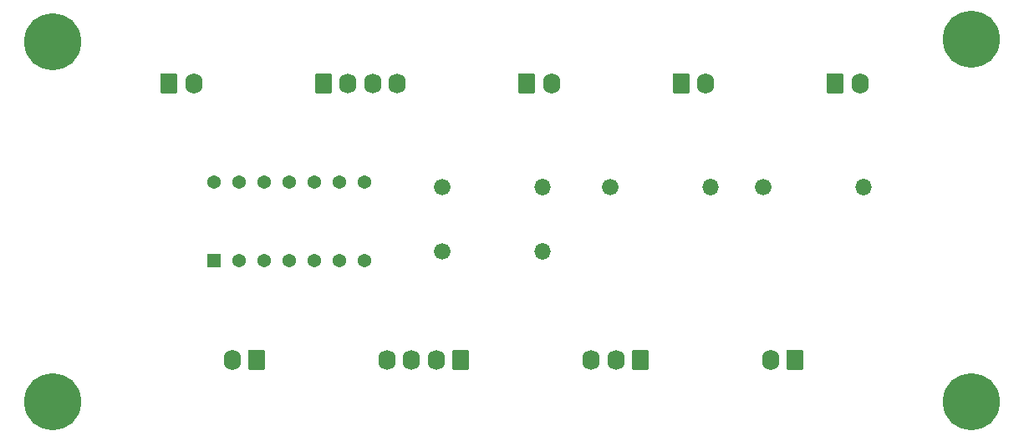
<source format=gbs>
G04 #@! TF.GenerationSoftware,KiCad,Pcbnew,8.0.5*
G04 #@! TF.CreationDate,2025-03-12T15:23:49-04:00*
G04 #@! TF.ProjectId,PCB_version4,5043425f-7665-4727-9369-6f6e342e6b69,rev?*
G04 #@! TF.SameCoordinates,Original*
G04 #@! TF.FileFunction,Soldermask,Bot*
G04 #@! TF.FilePolarity,Negative*
%FSLAX46Y46*%
G04 Gerber Fmt 4.6, Leading zero omitted, Abs format (unit mm)*
G04 Created by KiCad (PCBNEW 8.0.5) date 2025-03-12 15:23:49*
%MOMM*%
%LPD*%
G01*
G04 APERTURE LIST*
G04 Aperture macros list*
%AMRoundRect*
0 Rectangle with rounded corners*
0 $1 Rounding radius*
0 $2 $3 $4 $5 $6 $7 $8 $9 X,Y pos of 4 corners*
0 Add a 4 corners polygon primitive as box body*
4,1,4,$2,$3,$4,$5,$6,$7,$8,$9,$2,$3,0*
0 Add four circle primitives for the rounded corners*
1,1,$1+$1,$2,$3*
1,1,$1+$1,$4,$5*
1,1,$1+$1,$6,$7*
1,1,$1+$1,$8,$9*
0 Add four rect primitives between the rounded corners*
20,1,$1+$1,$2,$3,$4,$5,0*
20,1,$1+$1,$4,$5,$6,$7,0*
20,1,$1+$1,$6,$7,$8,$9,0*
20,1,$1+$1,$8,$9,$2,$3,0*%
G04 Aperture macros list end*
%ADD10C,1.676000*%
%ADD11O,1.676000X1.676000*%
%ADD12RoundRect,0.261177X-0.626823X-0.776823X0.626823X-0.776823X0.626823X0.776823X-0.626823X0.776823X0*%
%ADD13O,1.776000X2.076000*%
%ADD14RoundRect,0.261177X-0.626823X-0.751823X0.626823X-0.751823X0.626823X0.751823X-0.626823X0.751823X0*%
%ADD15O,1.776000X2.026000*%
%ADD16RoundRect,0.261177X0.626823X0.776823X-0.626823X0.776823X-0.626823X-0.776823X0.626823X-0.776823X0*%
%ADD17RoundRect,0.102000X0.585000X-0.585000X0.585000X0.585000X-0.585000X0.585000X-0.585000X-0.585000X0*%
%ADD18C,1.374000*%
%ADD19RoundRect,0.261177X0.626823X0.751823X-0.626823X0.751823X-0.626823X-0.751823X0.626823X-0.751823X0*%
%ADD20C,5.776000*%
G04 APERTURE END LIST*
D10*
X157420000Y-80500000D03*
D11*
X167580000Y-80500000D03*
D12*
X197250000Y-63532500D03*
D13*
X199750000Y-63532500D03*
D10*
X157420000Y-74000000D03*
D11*
X167580000Y-74000000D03*
D12*
X129750000Y-63532500D03*
D13*
X132250000Y-63532500D03*
D10*
X174420000Y-74000000D03*
D11*
X184580000Y-74000000D03*
D14*
X145375000Y-63532500D03*
D15*
X147875000Y-63532500D03*
X150375000Y-63532500D03*
X152875000Y-63532500D03*
D16*
X138666668Y-91500000D03*
D13*
X136166668Y-91500000D03*
D17*
X134300000Y-81440000D03*
D18*
X136840000Y-81440000D03*
X139380000Y-81440000D03*
X141920000Y-81440000D03*
X144460000Y-81440000D03*
X147000000Y-81440000D03*
X149540000Y-81440000D03*
X149540000Y-73500000D03*
X147000000Y-73500000D03*
X144460000Y-73500000D03*
X141920000Y-73500000D03*
X139380000Y-73500000D03*
X136840000Y-73500000D03*
X134300000Y-73500000D03*
D19*
X159333334Y-91500000D03*
D15*
X156833334Y-91500000D03*
X154333334Y-91500000D03*
X151833334Y-91500000D03*
D20*
X211000000Y-95778500D03*
D16*
X193166668Y-91500000D03*
D13*
X190666668Y-91500000D03*
D10*
X189920000Y-74000000D03*
D11*
X200080000Y-74000000D03*
D20*
X118000000Y-95778500D03*
D19*
X177500000Y-91500000D03*
D15*
X175000000Y-91500000D03*
X172500000Y-91500000D03*
D20*
X211000000Y-59000000D03*
D12*
X181625000Y-63532500D03*
D13*
X184125000Y-63532500D03*
D20*
X118000000Y-59278500D03*
D12*
X166000000Y-63532500D03*
D13*
X168500000Y-63532500D03*
M02*

</source>
